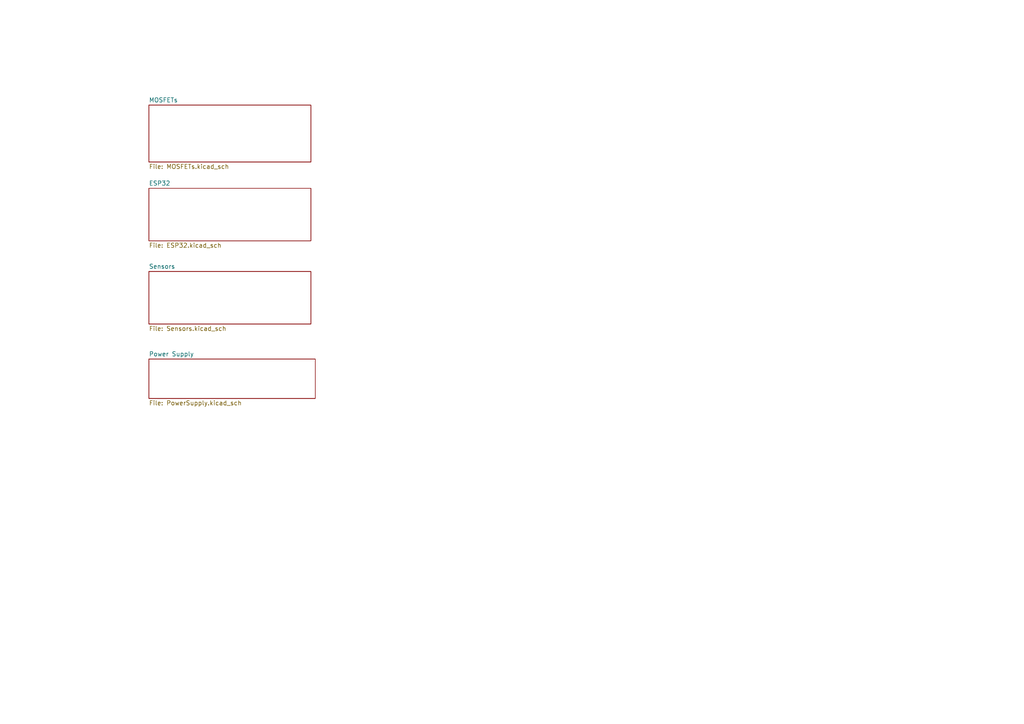
<source format=kicad_sch>
(kicad_sch (version 20211123) (generator eeschema)
  (paper "A4")
  (lib_symbols)
  (sheet (at 43.18 104.14) (size 48.26 11.43) (stroke (width 0.1524))
    (property "Sheet name" "Power Supply" (at 43.18 103.4284 0) (effects (justify left bottom)))
    (property "Sheet file" "PowerSupply.kicad_sch" (at 43.18 116.1546 0) (effects (justify left top)))
  )
  (sheet (at 43.18 78.74) (size 46.99 15.24) (stroke (width 0.1524))
    (property "Sheet name" "Sensors" (at 43.18 78.0284 0) (effects (justify left bottom)))
    (property "Sheet file" "Sensors.kicad_sch" (at 43.18 94.5646 0) (effects (justify left top)))
  )
  (sheet (at 43.18 54.61) (size 46.99 15.24) (stroke (width 0.1524))
    (property "Sheet name" "ESP32" (at 43.18 53.8984 0) (effects (justify left bottom)))
    (property "Sheet file" "ESP32.kicad_sch" (at 43.18 70.4346 0) (effects (justify left top)))
  )
  (sheet (at 43.18 30.48) (size 46.99 16.51) (stroke (width 0.1524))
    (property "Sheet name" "MOSFETs" (at 43.18 29.7684 0) (effects (justify left bottom)))
    (property "Sheet file" "MOSFETs.kicad_sch" (at 43.18 47.5746 0) (effects (justify left top)))
  )
)
</source>
